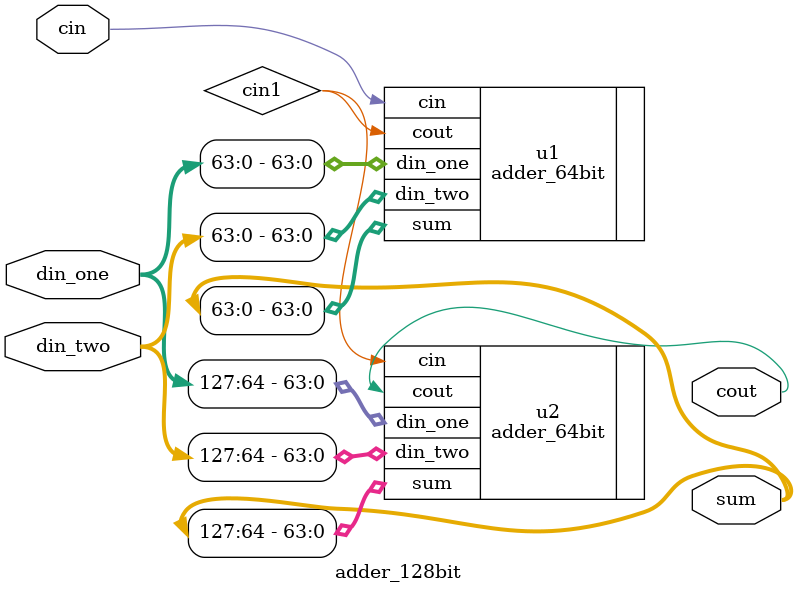
<source format=v>
module adder_128bit (
    input [127:0] din_one,
    input [127:0] din_two,
    input cin,
    output [127:0] sum,
    output cout
);
 
wire cin1;

adder_64bit u1(
    .din_one(din_one[63:0]),
    .din_two(din_two[63:0]),
    .cin(cin),
    .sum(sum[63:0]),
    .cout(cin1)
);

adder_64bit u2(
    .din_one(din_one[127:64]),
    .din_two(din_two[127:64]),
    .cin(cin1),
    .sum(sum[127:64]),
    .cout(cout)
);
 
endmodule //full_adder
</source>
